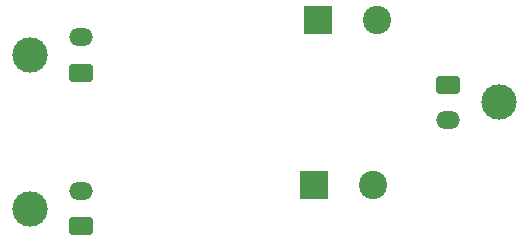
<source format=gbr>
%TF.GenerationSoftware,KiCad,Pcbnew,9.0.1*%
%TF.CreationDate,2025-07-02T15:08:06+02:00*%
%TF.ProjectId,BatteryBackup,42617474-6572-4794-9261-636b75702e6b,rev?*%
%TF.SameCoordinates,Original*%
%TF.FileFunction,Soldermask,Bot*%
%TF.FilePolarity,Negative*%
%FSLAX46Y46*%
G04 Gerber Fmt 4.6, Leading zero omitted, Abs format (unit mm)*
G04 Created by KiCad (PCBNEW 9.0.1) date 2025-07-02 15:08:06*
%MOMM*%
%LPD*%
G01*
G04 APERTURE LIST*
G04 Aperture macros list*
%AMRoundRect*
0 Rectangle with rounded corners*
0 $1 Rounding radius*
0 $2 $3 $4 $5 $6 $7 $8 $9 X,Y pos of 4 corners*
0 Add a 4 corners polygon primitive as box body*
4,1,4,$2,$3,$4,$5,$6,$7,$8,$9,$2,$3,0*
0 Add four circle primitives for the rounded corners*
1,1,$1+$1,$2,$3*
1,1,$1+$1,$4,$5*
1,1,$1+$1,$6,$7*
1,1,$1+$1,$8,$9*
0 Add four rect primitives between the rounded corners*
20,1,$1+$1,$2,$3,$4,$5,0*
20,1,$1+$1,$4,$5,$6,$7,0*
20,1,$1+$1,$6,$7,$8,$9,0*
20,1,$1+$1,$8,$9,$2,$3,0*%
G04 Aperture macros list end*
%ADD10C,3.000000*%
%ADD11RoundRect,0.250001X0.759999X-0.499999X0.759999X0.499999X-0.759999X0.499999X-0.759999X-0.499999X0*%
%ADD12O,2.020000X1.500000*%
%ADD13RoundRect,0.250001X-0.759999X0.499999X-0.759999X-0.499999X0.759999X-0.499999X0.759999X0.499999X0*%
%ADD14R,2.400000X2.400000*%
%ADD15C,2.400000*%
G04 APERTURE END LIST*
D10*
%TO.C,J1*%
X133645000Y-91000000D03*
D11*
X137965000Y-92500000D03*
D12*
X137965000Y-89500000D03*
%TD*%
D10*
%TO.C,J2*%
X133645000Y-78000000D03*
D11*
X137965000Y-79500000D03*
D12*
X137965000Y-76500000D03*
%TD*%
D10*
%TO.C,J3*%
X173320000Y-82000000D03*
D13*
X169000000Y-80500000D03*
D12*
X169000000Y-83500000D03*
%TD*%
D14*
%TO.C,C2*%
X157676041Y-89000000D03*
D15*
X162676041Y-89000000D03*
%TD*%
D14*
%TO.C,C7*%
X158000000Y-75000000D03*
D15*
X163000000Y-75000000D03*
%TD*%
M02*

</source>
